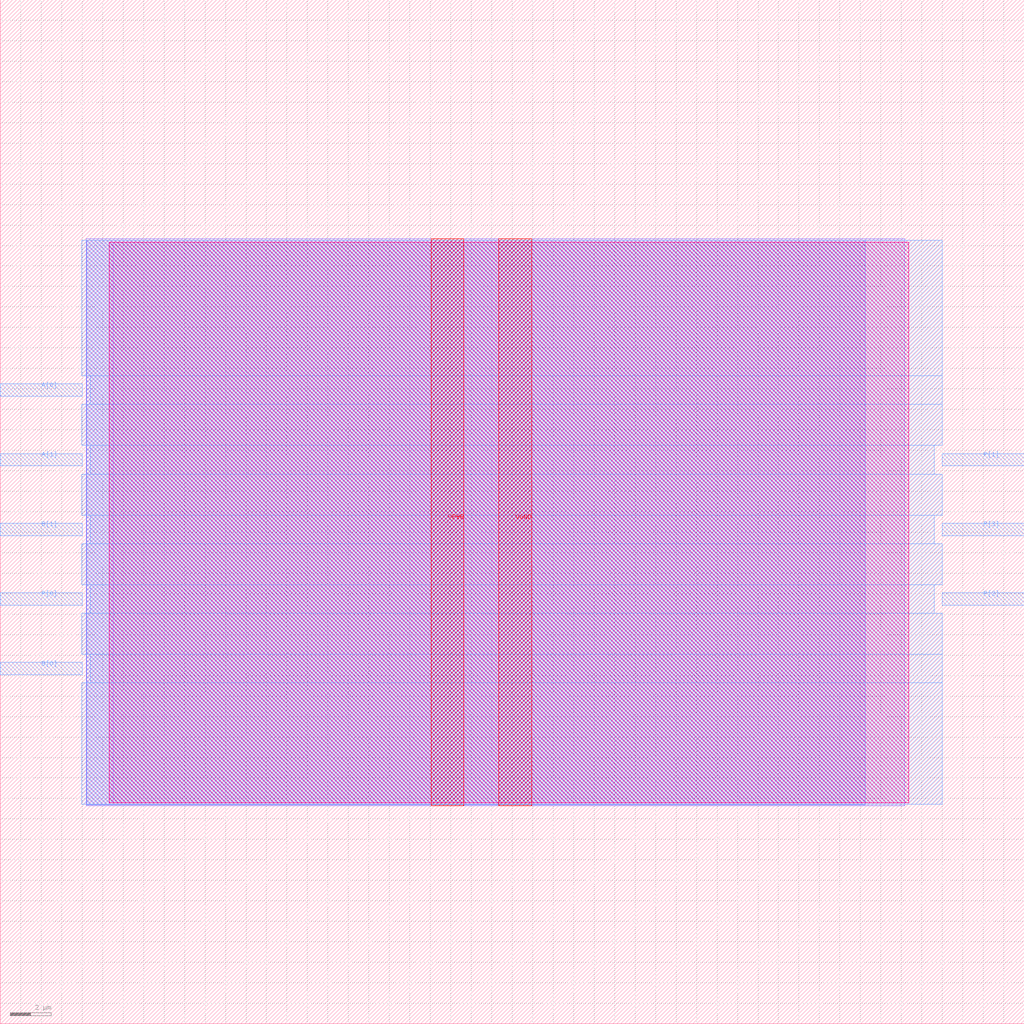
<source format=lef>
VERSION 5.7 ;
  NOWIREEXTENSIONATPIN ON ;
  DIVIDERCHAR "/" ;
  BUSBITCHARS "[]" ;
MACRO SarsaNada_e6
  CLASS BLOCK ;
  FOREIGN SarsaNada_e6 ;
  ORIGIN 0.000 0.000 ;
  SIZE 50.000 BY 50.000 ;
  PIN A[0]
    DIRECTION INPUT ;
    USE SIGNAL ;
    ANTENNAGATEAREA 0.196500 ;
    PORT
      LAYER met3 ;
        RECT 0.000 30.640 4.000 31.240 ;
    END
  END A[0]
  PIN A[1]
    DIRECTION INPUT ;
    USE SIGNAL ;
    ANTENNAGATEAREA 0.196500 ;
    PORT
      LAYER met3 ;
        RECT 0.000 27.240 4.000 27.840 ;
    END
  END A[1]
  PIN B[0]
    DIRECTION INPUT ;
    USE SIGNAL ;
    ANTENNAGATEAREA 0.196500 ;
    PORT
      LAYER met3 ;
        RECT 0.000 17.040 4.000 17.640 ;
    END
  END B[0]
  PIN B[1]
    DIRECTION INPUT ;
    USE SIGNAL ;
    ANTENNAGATEAREA 0.196500 ;
    PORT
      LAYER met3 ;
        RECT 0.000 23.840 4.000 24.440 ;
    END
  END B[1]
  PIN P[0]
    DIRECTION OUTPUT ;
    USE SIGNAL ;
    ANTENNADIFFAREA 0.445500 ;
    PORT
      LAYER met3 ;
        RECT 0.000 20.440 4.000 21.040 ;
    END
  END P[0]
  PIN P[1]
    DIRECTION OUTPUT ;
    USE SIGNAL ;
    ANTENNADIFFAREA 0.445500 ;
    PORT
      LAYER met3 ;
        RECT 46.000 27.240 50.000 27.840 ;
    END
  END P[1]
  PIN P[2]
    DIRECTION OUTPUT ;
    USE SIGNAL ;
    ANTENNADIFFAREA 0.445500 ;
    PORT
      LAYER met3 ;
        RECT 46.000 20.440 50.000 21.040 ;
    END
  END P[2]
  PIN P[3]
    DIRECTION OUTPUT ;
    USE SIGNAL ;
    ANTENNADIFFAREA 0.445500 ;
    PORT
      LAYER met3 ;
        RECT 46.000 23.840 50.000 24.440 ;
    END
  END P[3]
  PIN VGND
    DIRECTION INOUT ;
    USE GROUND ;
    PORT
      LAYER met4 ;
        RECT 24.340 10.640 25.940 38.320 ;
    END
  END VGND
  PIN VPWR
    DIRECTION INOUT ;
    USE POWER ;
    PORT
      LAYER met4 ;
        RECT 21.040 10.640 22.640 38.320 ;
    END
  END VPWR
  OBS
      LAYER nwell ;
        RECT 5.330 10.795 44.350 38.165 ;
      LAYER li1 ;
        RECT 5.520 10.795 44.160 38.165 ;
      LAYER met1 ;
        RECT 4.210 10.640 44.160 38.320 ;
      LAYER met2 ;
        RECT 4.230 10.695 42.230 38.265 ;
      LAYER met3 ;
        RECT 3.990 31.640 46.000 38.245 ;
        RECT 4.400 30.240 46.000 31.640 ;
        RECT 3.990 28.240 46.000 30.240 ;
        RECT 4.400 26.840 45.600 28.240 ;
        RECT 3.990 24.840 46.000 26.840 ;
        RECT 4.400 23.440 45.600 24.840 ;
        RECT 3.990 21.440 46.000 23.440 ;
        RECT 4.400 20.040 45.600 21.440 ;
        RECT 3.990 18.040 46.000 20.040 ;
        RECT 4.400 16.640 46.000 18.040 ;
        RECT 3.990 10.715 46.000 16.640 ;
  END
END SarsaNada_e6
END LIBRARY


</source>
